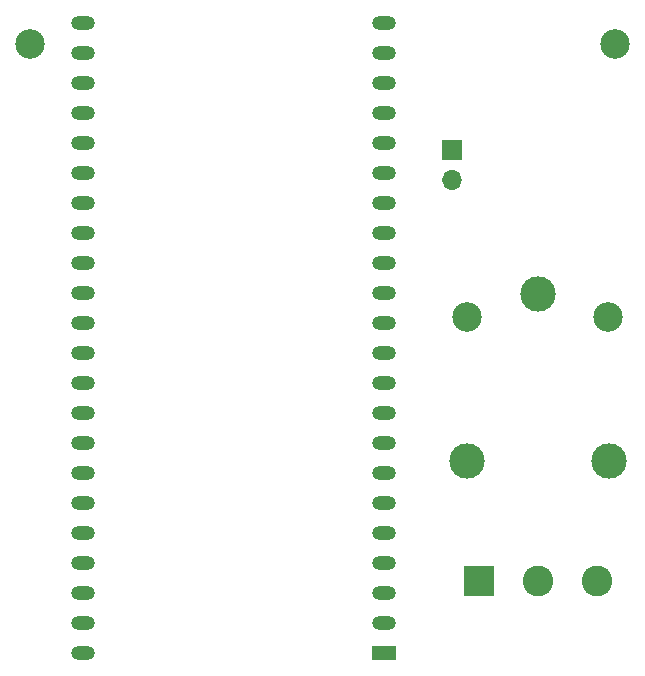
<source format=gbr>
%TF.GenerationSoftware,KiCad,Pcbnew,8.0.6*%
%TF.CreationDate,2024-11-05T11:41:55-08:00*%
%TF.ProjectId,Garage Door Opener,47617261-6765-4204-946f-6f72204f7065,rev?*%
%TF.SameCoordinates,Original*%
%TF.FileFunction,Soldermask,Bot*%
%TF.FilePolarity,Negative*%
%FSLAX46Y46*%
G04 Gerber Fmt 4.6, Leading zero omitted, Abs format (unit mm)*
G04 Created by KiCad (PCBNEW 8.0.6) date 2024-11-05 11:41:55*
%MOMM*%
%LPD*%
G01*
G04 APERTURE LIST*
%ADD10O,2.000000X1.200000*%
%ADD11R,2.000000X1.200000*%
%ADD12R,2.600000X2.600000*%
%ADD13C,2.600000*%
%ADD14C,2.500000*%
%ADD15C,3.000000*%
%ADD16R,1.700000X1.700000*%
%ADD17O,1.700000X1.700000*%
G04 APERTURE END LIST*
D10*
%TO.C,U1*%
X72250000Y-106257280D03*
X72250000Y-103717280D03*
X72250000Y-101177280D03*
X72250000Y-98637280D03*
X72250000Y-96097280D03*
X72250000Y-93557280D03*
X72250000Y-91017280D03*
X72250000Y-88477280D03*
X72250000Y-85937280D03*
X72250000Y-83397280D03*
X72250000Y-80857280D03*
X72250000Y-78317280D03*
X72250000Y-75777280D03*
X72250000Y-73237280D03*
X72250000Y-70697280D03*
X72250000Y-68157280D03*
X72250000Y-65617280D03*
X72250000Y-63077280D03*
X72250000Y-60537280D03*
X72250000Y-57997280D03*
X72250000Y-55457280D03*
X72250000Y-52917280D03*
X97753680Y-52920000D03*
X97753680Y-55460000D03*
X97753680Y-58000000D03*
X97750000Y-60537280D03*
X97750000Y-63077280D03*
X97750000Y-65617280D03*
X97750000Y-68157280D03*
X97750000Y-70697280D03*
X97750000Y-73237280D03*
X97750000Y-75777280D03*
X97750000Y-78317280D03*
X97750000Y-80857280D03*
X97750000Y-83397280D03*
X97750000Y-85937280D03*
X97750000Y-88477280D03*
X97750000Y-91017280D03*
X97750000Y-93557280D03*
X97750000Y-96097280D03*
X97750000Y-98637280D03*
X97750000Y-101177280D03*
X97750000Y-103717280D03*
D11*
X97750000Y-106257280D03*
%TD*%
D12*
%TO.C,J1*%
X105750000Y-100155000D03*
D13*
X110750000Y-100155000D03*
X115750000Y-100155000D03*
%TD*%
D14*
%TO.C,K1*%
X116700000Y-77800000D03*
X104700000Y-77800000D03*
D15*
X110750000Y-75850000D03*
X116750000Y-90050000D03*
X104700000Y-90000000D03*
%TD*%
D16*
%TO.C,J3*%
X103480000Y-63650000D03*
D17*
X103480000Y-66190000D03*
%TD*%
D14*
%TO.C,REF\u002A\u002A*%
X117250000Y-54750000D03*
%TD*%
%TO.C,REF\u002A\u002A*%
X67750000Y-54750000D03*
%TD*%
M02*

</source>
